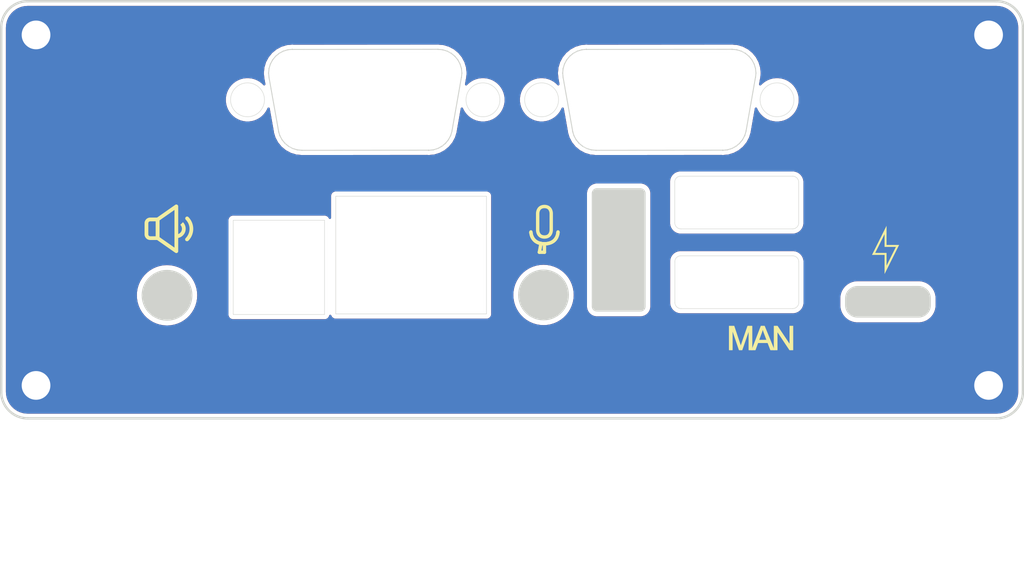
<source format=kicad_pcb>
(kicad_pcb (version 20241229) (generator "pcbnew") (generator_version "9.0")
  (layers (0 "F.Cu" signal) (2 "B.Cu" signal) (13 "F.Paste" user) (15 "B.Paste" user) (5 "F.SilkS" user "F.Silkscreen") (7 "B.SilkS" user "B.Silkscreen") (1 "F.Mask" user) (3 "B.Mask" user) (25 "Edge.Cuts" user))
  (net 0 "")
  (net 1 "GND")
  (footprint "FrontPanel_Parts:USB_1P_VERTICAL" (layer "F.Cu") (at 142.88 93.820492)
    (property "Reference" "REF**" (hide yes))
    (property "Value" "USB_1P_VERTICAL" (hide yes))
    (fp_poly (pts (arc (start -2 7.349017) (mid -2.395285 7.185285) (end -2.559017 6.79)) (arc (start -2.559017 -5.190983) (mid -2.395285 -5.586268) (end -2 -5.75)) (arc (start 2.6 -5.75) (mid 2.995279 -5.586267) (end 3.159017 -5.190983)) (arc (start 3.159017 6.789999) (mid 2.995285 7.185284) (end 2.6 7.349017))) (fill yes) (layer "Edge.Cuts"))
  )
  (footprint "FrontPanel_Parts:TOSLINK_SPDIF" (layer "F.Cu") (at 107.545282 104.8275)
    (property "Reference" "REF**" (hide yes))
    (property "Value" "TOSLINK_SPDIF" (hide yes))
    (fp_line (start -5.3 -13.35) (end -5.3 -3.35) (stroke (width 0.05)) (layer "Edge.Cuts"))
    (fp_line (start 4.4 -13.35) (end -5.3 -13.35) (stroke (width 0.05)) (layer "Edge.Cuts"))
    (fp_line (start 4.4 -13.35) (end 4.4 -3.35) (stroke (width 0.05)) (layer "Edge.Cuts"))
    (fp_line (start 4.4 -3.35) (end -5.3 -3.35) (stroke (width 0.05)) (layer "Edge.Cuts"))
  )
  (footprint "FrontPanel_Parts:panel_mount_ethernet" (layer "F.Cu") (at 121 79.1475 180)
    (property "Reference" "REF**" (hide yes))
    (property "Value" "panel_mount_ethernet" (hide yes))
    (fp_line (start 7.86 -9.77) (end -8.14 -9.77) (stroke (width 0.05)) (layer "Edge.Cuts"))
    (fp_line (start 7.86 -22.27) (end 7.86 -9.77) (stroke (width 0.05)) (layer "Edge.Cuts"))
    (fp_line (start -8.14 -22.27) (end 7.86 -22.27) (stroke (width 0.05)) (layer "Edge.Cuts"))
    (fp_line (start -8.14 -22.27) (end -8.14 -9.77) (stroke (width 0.05)) (layer "Edge.Cuts"))
  )
  (footprint "FrontPanel_Parts:108x120mm_outline" (layer "F.Cu") (at 121.71 128.51)
    (property "Reference" "REF**" (hide yes))
    (property "Value" "108x120mm_outline" (hide yes))
    (fp_line (start -44.1 -57.490828) (end -44.1 -21.512276) (stroke (width 0.254)) (layer "Edge.Cuts"))
    (fp_line (start -44.1 -18.826905) (end -44.1 -21.512276) (stroke (width 0.254)) (layer "Edge.Cuts"))
    (fp_line (start 61.590828 -60.3) (end -41.290828 -60.3) (stroke (width 0.254)) (layer "Edge.Cuts"))
    (fp_line (start 61.590828 -16) (end -41.273095 -16) (stroke (width 0.254)) (layer "Edge.Cuts"))
    (fp_line (start 64.4 -21.512229) (end 64.4 -57.490828) (stroke (width 0.254)) (layer "Edge.Cuts"))
    (fp_line (start 64.4 -18.809172) (end 64.4 -21.512229) (stroke (width 0.254)) (layer "Edge.Cuts"))
    (fp_arc (start -44.1 -57.490828) (mid -43.27721 -59.47721) (end -41.290828 -60.3) (stroke (width 0.254)) (layer "Edge.Cuts"))
    (fp_arc (start -41.273095 -16) (mid -43.27202 -16.82798) (end -44.1 -18.826905) (stroke (width 0.254)) (layer "Edge.Cuts"))
    (fp_arc (start 61.590828 -60.3) (mid 63.577204 -59.477204) (end 64.4 -57.490828) (stroke (width 0.254)) (layer "Edge.Cuts"))
    (fp_arc (start 64.4 -18.809172) (mid 63.577204 -16.822796) (end 61.590828 -16) (stroke (width 0.254)) (layer "Edge.Cuts"))
    (pad "1" thru_hole circle (at -40.4 -56.718277) (size 4.064 4.064) (drill 3.048) (layers "*.Cu" "*.Mask") (net 1 "GND"))
    (pad "2" thru_hole circle (at 60.75 -56.718277) (size 4.064 4.064) (drill 3.048) (layers "*.Cu" "*.Mask") (net 1 "GND"))
    (pad "3" thru_hole circle (at -40.4 -19.5) (size 4.064 4.064) (drill 3.048) (layers "*.Cu" "*.Mask") (net 1 "GND"))
    (pad "4" thru_hole circle (at 60.75 -19.5 90) (size 4.064 4.064) (drill 3.048) (layers "*.Cu" "*.Mask") (net 1 "GND"))
  )
  (footprint "FrontPanel_Parts:DB15-VGA" (layer "F.Cu") (at 116.322 73)
    (property "Reference" "REF**" (hide yes))
    (property "Value" "DB15-VGA" (hide yes))
    (fp_line (start -10.31852 2.85093) (end -10.31801 2.85194) (stroke (width 0.1)) (layer "Edge.Cuts"))
    (fp_line (start -10.31852 2.85296) (end -10.27534 3.29009) (stroke (width 0.1)) (layer "Edge.Cuts"))
    (fp_line (start -10.31801 2.85194) (end -10.31852 2.85296) (stroke (width 0.1)) (layer "Edge.Cuts"))
    (fp_line (start -10.27534 3.29009) (end -10.27508 3.2906) (stroke (width 0.1)) (layer "Edge.Cuts"))
    (fp_line (start -10.27534 3.29085) (end -9.26797 8.94972) (stroke (width 0.1)) (layer "Edge.Cuts"))
    (fp_line (start -10.27508 3.2906) (end -10.27534 3.29085) (stroke (width 0.1)) (layer "Edge.Cuts"))
    (fp_line (start -10.27 2.35893) (end -10.31852 2.85093) (stroke (width 0.1)) (layer "Edge.Cuts"))
    (fp_line (start -10.2695 2.35664) (end -10.2695 2.35791) (stroke (width 0.1)) (layer "Edge.Cuts"))
    (fp_line (start -10.2695 2.35791) (end -10.27 2.35893) (stroke (width 0.1)) (layer "Edge.Cuts"))
    (fp_line (start -10.12599 1.88369) (end -10.2695 2.35664) (stroke (width 0.1)) (layer "Edge.Cuts"))
    (fp_line (start -10.12522 1.88166) (end -10.12522 1.88268) (stroke (width 0.1)) (layer "Edge.Cuts"))
    (fp_line (start -10.12522 1.88268) (end -10.12599 1.88369) (stroke (width 0.1)) (layer "Edge.Cuts"))
    (fp_line (start -9.89205 1.44554) (end -10.12522 1.88166) (stroke (width 0.1)) (layer "Edge.Cuts"))
    (fp_line (start -9.89129 1.44478) (end -9.89205 1.44554) (stroke (width 0.1)) (layer "Edge.Cuts"))
    (fp_line (start -9.89104 1.44377) (end -9.89129 1.44478) (stroke (width 0.1)) (layer "Edge.Cuts"))
    (fp_line (start -9.57735 1.0615) (end -9.89104 1.44377) (stroke (width 0.1)) (layer "Edge.Cuts"))
    (fp_line (start -9.57633 1.06099) (end -9.57735 1.0615) (stroke (width 0.1)) (layer "Edge.Cuts"))
    (fp_line (start -9.57582 1.05997) (end -9.57633 1.06099) (stroke (width 0.1)) (layer "Edge.Cuts"))
    (fp_line (start -9.26797 8.94972) (end -9.24892 9.07494) (stroke (width 0.1)) (layer "Edge.Cuts"))
    (fp_line (start -9.24892 9.07494) (end -9.24842 9.0757) (stroke (width 0.1)) (layer "Edge.Cuts"))
    (fp_line (start -9.24842 9.0757) (end -9.24842 9.07647) (stroke (width 0.1)) (layer "Edge.Cuts"))
    (fp_line (start -9.24842 9.07647) (end -9.12599 9.48033) (stroke (width 0.1)) (layer "Edge.Cuts"))
    (fp_line (start -9.19355 0.74654) (end -9.57582 1.05997) (stroke (width 0.1)) (layer "Edge.Cuts"))
    (fp_line (start -9.19254 0.74603) (end -9.19355 0.74654) (stroke (width 0.1)) (layer "Edge.Cuts"))
    (fp_line (start -9.19177 0.74527) (end -9.19254 0.74603) (stroke (width 0.1)) (layer "Edge.Cuts"))
    (fp_line (start -9.12599 9.48033) (end -9.12523 9.48109) (stroke (width 0.1)) (layer "Edge.Cuts"))
    (fp_line (start -9.12523 9.48109) (end -9.12523 9.4821) (stroke (width 0.1)) (layer "Edge.Cuts"))
    (fp_line (start -9.12523 9.4821) (end -8.89205 9.91822) (stroke (width 0.1)) (layer "Edge.Cuts"))
    (fp_line (start -8.89205 9.91822) (end -8.89129 9.91898) (stroke (width 0.1)) (layer "Edge.Cuts"))
    (fp_line (start -8.89129 9.91898) (end -8.89104 9.92) (stroke (width 0.1)) (layer "Edge.Cuts"))
    (fp_line (start -8.89104 9.92) (end -8.57735 10.30227) (stroke (width 0.1)) (layer "Edge.Cuts"))
    (fp_line (start -8.75591 0.51209) (end -9.19177 0.74527) (stroke (width 0.1)) (layer "Edge.Cuts"))
    (fp_line (start -8.75464 0.51209) (end -8.75591 0.51209) (stroke (width 0.1)) (layer "Edge.Cuts"))
    (fp_line (start -8.75388 0.51133) (end -8.75464 0.51209) (stroke (width 0.1)) (layer "Edge.Cuts"))
    (fp_line (start -8.57735 10.30227) (end -8.57633 10.30278) (stroke (width 0.1)) (layer "Edge.Cuts"))
    (fp_line (start -8.57633 10.30278) (end -8.57582 10.30379) (stroke (width 0.1)) (layer "Edge.Cuts"))
    (fp_line (start -8.57582 10.30379) (end -8.19355 10.61748) (stroke (width 0.1)) (layer "Edge.Cuts"))
    (fp_line (start -8.28068 0.36782) (end -8.75388 0.51133) (stroke (width 0.1)) (layer "Edge.Cuts"))
    (fp_line (start -8.27966 0.36808) (end -8.28068 0.36782) (stroke (width 0.1)) (layer "Edge.Cuts"))
    (fp_line (start -8.27864 0.36757) (end -8.27966 0.36808) (stroke (width 0.1)) (layer "Edge.Cuts"))
    (fp_line (start -8.19355 10.61748) (end -8.19254 10.61774) (stroke (width 0.1)) (layer "Edge.Cuts"))
    (fp_line (start -8.19254 10.61774) (end -8.19178 10.6185) (stroke (width 0.1)) (layer "Edge.Cuts"))
    (fp_line (start -8.19178 10.6185) (end -7.75566 10.85167) (stroke (width 0.1)) (layer "Edge.Cuts"))
    (fp_line (start -7.79858 0.32007) (end -8.27864 0.36757) (stroke (width 0.1)) (layer "Edge.Cuts"))
    (fp_line (start -7.79833 0.32032) (end -7.79858 0.32007) (stroke (width 0.1)) (layer "Edge.Cuts"))
    (fp_line (start -7.79808 0.32007) (end -7.79833 0.32032) (stroke (width 0.1)) (layer "Edge.Cuts"))
    (fp_line (start -7.79452 0.32134) (end -7.79808 0.32007) (stroke (width 0.1)) (layer "Edge.Cuts"))
    (fp_line (start -7.79071 0.32261) (end -7.79452 0.32134) (stroke (width 0.1)) (layer "Edge.Cuts"))
    (fp_line (start -7.79046 0.32286) (end -7.79071 0.32261) (stroke (width 0.1)) (layer "Edge.Cuts"))
    (fp_line (start -7.7902 0.32286) (end -7.79046 0.32286) (stroke (width 0.1)) (layer "Edge.Cuts"))
    (fp_line (start -7.78131 0.33099) (end -7.7902 0.32286) (stroke (width 0.1)) (layer "Edge.Cuts"))
    (fp_line (start -7.75566 10.85167) (end -7.75464 10.85167) (stroke (width 0.1)) (layer "Edge.Cuts"))
    (fp_line (start -7.75464 10.85167) (end -7.75388 10.85243) (stroke (width 0.1)) (layer "Edge.Cuts"))
    (fp_line (start -7.75388 10.85243) (end -7.28068 10.99594) (stroke (width 0.1)) (layer "Edge.Cuts"))
    (fp_line (start -7.28068 10.99594) (end -7.27966 10.99594) (stroke (width 0.1)) (layer "Edge.Cuts"))
    (fp_line (start -7.27966 10.99594) (end -7.27865 10.99645) (stroke (width 0.1)) (layer "Edge.Cuts"))
    (fp_line (start -7.27865 10.99645) (end -6.78665 11.04471) (stroke (width 0.1)) (layer "Edge.Cuts"))
    (fp_line (start -6.78665 11.04471) (end -6.78614 11.04471) (stroke (width 0.1)) (layer "Edge.Cuts"))
    (fp_line (start -6.78614 11.04471) (end -6.78538 11.04497) (stroke (width 0.1)) (layer "Edge.Cuts"))
    (fp_line (start -6.78538 11.04497) (end 6.67027 11.03277) (stroke (width 0.1)) (layer "Edge.Cuts"))
    (fp_line (start 6.67027 11.03277) (end 6.67942 11.0409) (stroke (width 0.1)) (layer "Edge.Cuts"))
    (fp_line (start 6.67942 11.0409) (end 6.67967 11.0409) (stroke (width 0.1)) (layer "Edge.Cuts"))
    (fp_line (start 6.67967 11.0409) (end 6.67967 11.04116) (stroke (width 0.1)) (layer "Edge.Cuts"))
    (fp_line (start 6.67967 11.04116) (end 6.68348 11.04243) (stroke (width 0.1)) (layer "Edge.Cuts"))
    (fp_line (start 6.68348 11.04243) (end 6.68704 11.0437) (stroke (width 0.1)) (layer "Edge.Cuts"))
    (fp_line (start 6.68704 11.0437) (end 6.68729 11.04344) (stroke (width 0.1)) (layer "Edge.Cuts"))
    (fp_line (start 6.68729 11.04344) (end 6.68754 11.0437) (stroke (width 0.1)) (layer "Edge.Cuts"))
    (fp_line (start 6.68754 11.0437) (end 7.1676 10.99645) (stroke (width 0.1)) (layer "Edge.Cuts"))
    (fp_line (start 7.1676 10.99645) (end 7.16862 10.99594) (stroke (width 0.1)) (layer "Edge.Cuts"))
    (fp_line (start 7.16862 10.99594) (end 7.16964 10.99594) (stroke (width 0.1)) (layer "Edge.Cuts"))
    (fp_line (start 7.16964 10.99594) (end 7.64284 10.85243) (stroke (width 0.1)) (layer "Edge.Cuts"))
    (fp_line (start 7.64284 10.85243) (end 7.6436 10.85167) (stroke (width 0.1)) (layer "Edge.Cuts"))
    (fp_line (start 7.6436 10.85167) (end 7.64487 10.85167) (stroke (width 0.1)) (layer "Edge.Cuts"))
    (fp_line (start 7.64487 10.85167) (end 8.08073 10.6185) (stroke (width 0.1)) (layer "Edge.Cuts"))
    (fp_line (start 7.67459 0.31905) (end -7.78131 0.33099) (stroke (width 0.1)) (layer "Edge.Cuts"))
    (fp_line (start 7.6751 0.31905) (end 7.67459 0.31905) (stroke (width 0.1)) (layer "Edge.Cuts"))
    (fp_line (start 7.6756 0.31905) (end 7.6751 0.31905) (stroke (width 0.1)) (layer "Edge.Cuts"))
    (fp_line (start 8.08073 10.6185) (end 8.0815 10.61774) (stroke (width 0.1)) (layer "Edge.Cuts"))
    (fp_line (start 8.0815 10.61774) (end 8.08251 10.61748) (stroke (width 0.1)) (layer "Edge.Cuts"))
    (fp_line (start 8.08251 10.61748) (end 8.46478 10.30379) (stroke (width 0.1)) (layer "Edge.Cuts"))
    (fp_line (start 8.1676 0.36757) (end 7.6756 0.31905) (stroke (width 0.1)) (layer "Edge.Cuts"))
    (fp_line (start 8.16862 0.36808) (end 8.1676 0.36757) (stroke (width 0.1)) (layer "Edge.Cuts"))
    (fp_line (start 8.16963 0.36782) (end 8.16862 0.36808) (stroke (width 0.1)) (layer "Edge.Cuts"))
    (fp_line (start 8.46478 10.30379) (end 8.46529 10.30278) (stroke (width 0.1)) (layer "Edge.Cuts"))
    (fp_line (start 8.46529 10.30278) (end 8.46631 10.30227) (stroke (width 0.1)) (layer "Edge.Cuts"))
    (fp_line (start 8.46631 10.30227) (end 8.78 9.92) (stroke (width 0.1)) (layer "Edge.Cuts"))
    (fp_line (start 8.64284 0.51133) (end 8.16963 0.36782) (stroke (width 0.1)) (layer "Edge.Cuts"))
    (fp_line (start 8.6436 0.51209) (end 8.64284 0.51133) (stroke (width 0.1)) (layer "Edge.Cuts"))
    (fp_line (start 8.64487 0.51209) (end 8.6436 0.51209) (stroke (width 0.1)) (layer "Edge.Cuts"))
    (fp_line (start 8.78 9.92) (end 8.78025 9.91898) (stroke (width 0.1)) (layer "Edge.Cuts"))
    (fp_line (start 8.78025 9.91898) (end 8.78101 9.91822) (stroke (width 0.1)) (layer "Edge.Cuts"))
    (fp_line (start 8.78101 9.91822) (end 9.01418 9.4821) (stroke (width 0.1)) (layer "Edge.Cuts"))
    (fp_line (start 9.01418 9.48109) (end 9.01495 9.48033) (stroke (width 0.1)) (layer "Edge.Cuts"))
    (fp_line (start 9.01418 9.4821) (end 9.01418 9.48109) (stroke (width 0.1)) (layer "Edge.Cuts"))
    (fp_line (start 9.01495 9.48033) (end 9.15846 9.00712) (stroke (width 0.1)) (layer "Edge.Cuts"))
    (fp_line (start 9.08073 0.74527) (end 8.64487 0.51209) (stroke (width 0.1)) (layer "Edge.Cuts"))
    (fp_line (start 9.08149 0.74603) (end 9.08073 0.74527) (stroke (width 0.1)) (layer "Edge.Cuts"))
    (fp_line (start 9.08251 0.74654) (end 9.08149 0.74603) (stroke (width 0.1)) (layer "Edge.Cuts"))
    (fp_line (start 9.15846 9.00585) (end 9.15896 9.00509) (stroke (width 0.1)) (layer "Edge.Cuts"))
    (fp_line (start 9.15846 9.00712) (end 9.15846 9.00585) (stroke (width 0.1)) (layer "Edge.Cuts"))
    (fp_line (start 9.15896 9.00509) (end 9.1643 8.95048) (stroke (width 0.1)) (layer "Edge.Cuts"))
    (fp_line (start 9.1643 8.95048) (end 10.15617 3.2939) (stroke (width 0.1)) (layer "Edge.Cuts"))
    (fp_line (start 9.46478 1.05997) (end 9.08251 0.74654) (stroke (width 0.1)) (layer "Edge.Cuts"))
    (fp_line (start 9.46529 1.06099) (end 9.46478 1.05997) (stroke (width 0.1)) (layer "Edge.Cuts"))
    (fp_line (start 9.4663 1.0615) (end 9.46529 1.06099) (stroke (width 0.1)) (layer "Edge.Cuts"))
    (fp_line (start 9.77999 1.44377) (end 9.4663 1.0615) (stroke (width 0.1)) (layer "Edge.Cuts"))
    (fp_line (start 9.78025 1.44478) (end 9.77999 1.44377) (stroke (width 0.1)) (layer "Edge.Cuts"))
    (fp_line (start 9.78101 1.44554) (end 9.78025 1.44478) (stroke (width 0.1)) (layer "Edge.Cuts"))
    (fp_line (start 10.01418 1.88166) (end 9.78101 1.44554) (stroke (width 0.1)) (layer "Edge.Cuts"))
    (fp_line (start 10.01444 1.88268) (end 10.01418 1.88166) (stroke (width 0.1)) (layer "Edge.Cuts"))
    (fp_line (start 10.01494 1.88369) (end 10.01444 1.88268) (stroke (width 0.1)) (layer "Edge.Cuts"))
    (fp_line (start 10.15617 3.2939) (end 10.16074 3.29035) (stroke (width 0.1)) (layer "Edge.Cuts"))
    (fp_line (start 10.15845 2.35664) (end 10.01494 1.88369) (stroke (width 0.1)) (layer "Edge.Cuts"))
    (fp_line (start 10.15845 2.35791) (end 10.15845 2.35664) (stroke (width 0.1)) (layer "Edge.Cuts"))
    (fp_line (start 10.15896 2.35893) (end 10.15845 2.35791) (stroke (width 0.1)) (layer "Edge.Cuts"))
    (fp_line (start 10.16074 3.29035) (end 10.16099 3.29009) (stroke (width 0.1)) (layer "Edge.Cuts"))
    (fp_line (start 10.16099 3.29009) (end 10.16125 3.29009) (stroke (width 0.1)) (layer "Edge.Cuts"))
    (fp_line (start 10.16125 3.29009) (end 10.16303 3.28654) (stroke (width 0.1)) (layer "Edge.Cuts"))
    (fp_line (start 10.16303 3.28654) (end 10.16506 3.28323) (stroke (width 0.1)) (layer "Edge.Cuts"))
    (fp_line (start 10.16506 3.28273) (end 10.20748 2.85296) (stroke (width 0.1)) (layer "Edge.Cuts"))
    (fp_line (start 10.16506 3.28298) (end 10.16506 3.28273) (stroke (width 0.1)) (layer "Edge.Cuts"))
    (fp_line (start 10.16506 3.28323) (end 10.16506 3.28298) (stroke (width 0.1)) (layer "Edge.Cuts"))
    (fp_line (start 10.20722 2.85194) (end 10.20748 2.85093) (stroke (width 0.1)) (layer "Edge.Cuts"))
    (fp_line (start 10.20748 2.85093) (end 10.15896 2.35893) (stroke (width 0.1)) (layer "Edge.Cuts"))
    (fp_line (start 10.20748 2.85296) (end 10.20722 2.85194) (stroke (width 0.1)) (layer "Edge.Cuts"))
    (fp_circle (center -12.5555 5.68201) (end -12.5555 3.88201) (stroke (width 0.05)) (fill no) (layer "Edge.Cuts"))
    (fp_circle (center 12.44445 5.68201) (end 12.44445 3.88201) (stroke (width 0.05)) (fill no) (layer "Edge.Cuts"))
  )
  (footprint "FrontPanel_Parts:USB_2P_STACKED_OUTLINE" (layer "F.Cu") (at 155.567577 104.29)
    (property "Reference" "REF**" (hide yes))
    (property "Value" "USB_2P_STACKED_OUTLINE" (hide yes))
    (fp_line (start -6.43 -16.890614) (end -6.43 -12.549375) (stroke (width 0.05)) (layer "Edge.Cuts"))
    (fp_line (start -6.419995 -8.430614) (end -6.419995 -4.089375) (stroke (width 0.05)) (layer "Edge.Cuts"))
    (fp_line (start 6.080614 -17.5) (end -5.820625 -17.5) (stroke (width 0.05)) (layer "Edge.Cuts"))
    (fp_line (start 6.080625 -11.9) (end -5.780614 -11.9) (stroke (width 0.05)) (layer "Edge.Cuts"))
    (fp_line (start 6.090619 -9.04) (end -5.81062 -9.04) (stroke (width 0.05)) (layer "Edge.Cuts"))
    (fp_line (start 6.09063 -3.44) (end -5.770609 -3.44) (stroke (width 0.05)) (layer "Edge.Cuts"))
    (fp_line (start 6.73 -12.549386) (end 6.73 -16.850625) (stroke (width 0.05)) (layer "Edge.Cuts"))
    (fp_line (start 6.740005 -4.089386) (end 6.740005 -8.390625) (stroke (width 0.05)) (layer "Edge.Cuts"))
    (fp_arc (start -6.43 -16.890614) (mid -6.25152 -17.321513) (end -5.820625 -17.5) (stroke (width 0.05)) (layer "Edge.Cuts"))
    (fp_arc (start -6.419995 -8.430614) (mid -6.241515 -8.861513) (end -5.81062 -9.04) (stroke (width 0.05)) (layer "Edge.Cuts"))
    (fp_arc (start -5.780614 -11.9) (mid -6.239797 -12.090195) (end -6.43 -12.549375) (stroke (width 0.05)) (layer "Edge.Cuts"))
    (fp_arc (start -5.770609 -3.44) (mid -6.229792 -3.630195) (end -6.419995 -4.089375) (stroke (width 0.05)) (layer "Edge.Cuts"))
    (fp_arc (start 6.080614 -17.5) (mid 6.539791 -17.309799) (end 6.73 -16.850625) (stroke (width 0.05)) (layer "Edge.Cuts"))
    (fp_arc (start 6.090619 -9.04) (mid 6.549793 -8.849797) (end 6.740005 -8.390625) (stroke (width 0.05)) (layer "Edge.Cuts"))
    (fp_arc (start 6.73 -12.549386) (mid 6.539805 -12.090203) (end 6.080625 -11.9) (stroke (width 0.05)) (layer "Edge.Cuts"))
    (fp_arc (start 6.740005 -4.089386) (mid 6.549804 -3.630207) (end 6.09063 -3.44) (stroke (width 0.05)) (layer "Edge.Cuts"))
  )
  (footprint "FrontPanel_Parts:DB15-VGA" (layer "F.Cu") (at 147.55 73)
    (property "Reference" "REF**" (hide yes))
    (property "Value" "DB15-VGA" (hide yes))
    (fp_line (start -10.31852 2.85093) (end -10.31801 2.85194) (stroke (width 0.1)) (layer "Edge.Cuts"))
    (fp_line (start -10.31852 2.85296) (end -10.27534 3.29009) (stroke (width 0.1)) (layer "Edge.Cuts"))
    (fp_line (start -10.31801 2.85194) (end -10.31852 2.85296) (stroke (width 0.1)) (layer "Edge.Cuts"))
    (fp_line (start -10.27534 3.29009) (end -10.27508 3.2906) (stroke (width 0.1)) (layer "Edge.Cuts"))
    (fp_line (start -10.27534 3.29085) (end -9.26797 8.94972) (stroke (width 0.1)) (layer "Edge.Cuts"))
    (fp_line (start -10.27508 3.2906) (end -10.27534 3.29085) (stroke (width 0.1)) (layer "Edge.Cuts"))
    (fp_line (start -10.27 2.35893) (end -10.31852 2.85093) (stroke (width 0.1)) (layer "Edge.Cuts"))
    (fp_line (start -10.2695 2.35664) (end -10.2695 2.35791) (stroke (width 0.1)) (layer "Edge.Cuts"))
    (fp_line (start -10.2695 2.35791) (end -10.27 2.35893) (stroke (width 0.1)) (layer "Edge.Cuts"))
    (fp_line (start -10.12599 1.88369) (end -10.2695 2.35664) (stroke (width 0.1)) (layer "Edge.Cuts"))
    (fp_line (start -10.12522 1.88166) (end -10.12522 1.88268) (stroke (width 0.1)) (layer "Edge.Cuts"))
    (fp_line (start -10.12522 1.88268) (end -10.12599 1.88369) (stroke (width 0.1)) (layer "Edge.Cuts"))
    (fp_line (start -9.89205 1.44554) (end -10.12522 1.88166) (stroke (width 0.1)) (layer "Edge.Cuts"))
    (fp_line (start -9.89129 1.44478) (end -9.89205 1.44554) (stroke (width 0.1)) (layer "Edge.Cuts"))
    (fp_line (start -9.89104 1.44377) (end -9.89129 1.44478) (stroke (width 0.1)) (layer "Edge.Cuts"))
    (fp_line (start -9.57735 1.0615) (end -9.89104 1.44377) (stroke (width 0.1)) (layer "Edge.Cuts"))
    (fp_line (start -9.57633 1.06099) (end -9.57735 1.0615) (stroke (width 0.1)) (layer "Edge.Cuts"))
    (fp_line (start -9.57582 1.05997) (end -9.57633 1.06099) (stroke (width 0.1)) (layer "Edge.Cuts"))
    (fp_line (start -9.26797 8.94972) (end -9.24892 9.07494) (stroke (width 0.1)) (layer "Edge.Cuts"))
    (fp_line (start -9.24892 9.07494) (end -9.24842 9.0757) (stroke (width 0.1)) (layer "Edge.Cuts"))
    (fp_line (start -9.24842 9.0757) (end -9.24842 9.07647) (stroke (width 0.1)) (layer "Edge.Cuts"))
    (fp_line (start -9.24842 9.07647) (end -9.12599 9.48033) (stroke (width 0.1)) (layer "Edge.Cuts"))
    (fp_line (start -9.19355 0.74654) (end -9.57582 1.05997) (stroke (width 0.1)) (layer "Edge.Cuts"))
    (fp_line (start -9.19254 0.74603) (end -9.19355 0.74654) (stroke (width 0.1)) (layer "Edge.Cuts"))
    (fp_line (start -9.19177 0.74527) (end -9.19254 0.74603) (stroke (width 0.1)) (layer "Edge.Cuts"))
    (fp_line (start -9.12599 9.48033) (end -9.12523 9.48109) (stroke (width 0.1)) (layer "Edge.Cuts"))
    (fp_line (start -9.12523 9.48109) (end -9.12523 9.4821) (stroke (width 0.1)) (layer "Edge.Cuts"))
    (fp_line (start -9.12523 9.4821) (end -8.89205 9.91822) (stroke (width 0.1)) (layer "Edge.Cuts"))
    (fp_line (start -8.89205 9.91822) (end -8.89129 9.91898) (stroke (width 0.1)) (layer "Edge.Cuts"))
    (fp_line (start -8.89129 9.91898) (end -8.89104 9.92) (stroke (width 0.1)) (layer "Edge.Cuts"))
    (fp_line (start -8.89104 9.92) (end -8.57735 10.30227) (stroke (width 0.1)) (layer "Edge.Cuts"))
    (fp_line (start -8.75591 0.51209) (end -9.19177 0.74527) (stroke (width 0.1)) (layer "Edge.Cuts"))
    (fp_line (start -8.75464 0.51209) (end -8.75591 0.51209) (stroke (width 0.1)) (layer "Edge.Cuts"))
    (fp_line (start -8.75388 0.51133) (end -8.75464 0.51209) (stroke (width 0.1)) (layer "Edge.Cuts"))
    (fp_line (start -8.57735 10.30227) (end -8.57633 10.30278) (stroke (width 0.1)) (layer "Edge.Cuts"))
    (fp_line (start -8.57633 10.30278) (end -8.57582 10.30379) (stroke (width 0.1)) (layer "Edge.Cuts"))
    (fp_line (start -8.57582 10.30379) (end -8.19355 10.61748) (stroke (width 0.1)) (layer "Edge.Cuts"))
    (fp_line (start -8.28068 0.36782) (end -8.75388 0.51133) (stroke (width 0.1)) (layer "Edge.Cuts"))
    (fp_line (start -8.27966 0.36808) (end -8.28068 0.36782) (stroke (width 0.1)) (layer "Edge.Cuts"))
    (fp_line (start -8.27864 0.36757) (end -8.27966 0.36808) (stroke (width 0.1)) (layer "Edge.Cuts"))
    (fp_line (start -8.19355 10.61748) (end -8.19254 10.61774) (stroke (width 0.1)) (layer "Edge.Cuts"))
    (fp_line (start -8.19254 10.61774) (end -8.19178 10.6185) (stroke (width 0.1)) (layer "Edge.Cuts"))
    (fp_line (start -8.19178 10.6185) (end -7.75566 10.85167) (stroke (width 0.1)) (layer "Edge.Cuts"))
    (fp_line (start -7.79858 0.32007) (end -8.27864 0.36757) (stroke (width 0.1)) (layer "Edge.Cuts"))
    (fp_line (start -7.79833 0.32032) (end -7.79858 0.32007) (stroke (width 0.1)) (layer "Edge.Cuts"))
    (fp_line (start -7.79808 0.32007) (end -7.79833 0.32032) (stroke (width 0.1)) (layer "Edge.Cuts"))
    (fp_line (start -7.79452 0.32134) (end -7.79808 0.32007) (stroke (width 0.1)) (layer "Edge.Cuts"))
    (fp_line (start -7.79071 0.32261) (end -7.79452 0.32134) (stroke (width 0.1)) (layer "Edge.Cuts"))
    (fp_line (start -7.79046 0.32286) (end -7.79071 0.32261) (stroke (width 0.1)) (layer "Edge.Cuts"))
    (fp_line (start -7.7902 0.32286) (end -7.79046 0.32286) (stroke (width 0.1)) (layer "Edge.Cuts"))
    (fp_line (start -7.78131 0.33099) (end -7.7902 0.32286) (stroke (width 0.1)) (layer "Edge.Cuts"))
    (fp_line (start -7.75566 10.85167) (end -7.75464 10.85167) (stroke (width 0.1)) (layer "Edge.Cuts"))
    (fp_line (start -7.75464 10.85167) (end -7.75388 10.85243) (stroke (width 0.1)) (layer "Edge.Cuts"))
    (fp_line (start -7.75388 10.85243) (end -7.28068 10.99594) (stroke (width 0.1)) (layer "Edge.Cuts"))
    (fp_line (start -7.28068 10.99594) (end -7.27966 10.99594) (stroke (width 0.1)) (layer "Edge.Cuts"))
    (fp_line (start -7.27966 10.99594) (end -7.27865 10.99645) (stroke (width 0.1)) (layer "Edge.Cuts"))
    (fp_line (start -7.27865 10.99645) (end -6.78665 11.04471) (stroke (width 0.1)) (layer "Edge.Cuts"))
    (fp_line (start -6.78665 11.04471) (end -6.78614 11.04471) (stroke (width 0.1)) (layer "Edge.Cuts"))
    (fp_line (start -6.78614 11.04471) (end -6.78538 11.04497) (stroke (width 0.1)) (layer "Edge.Cuts"))
    (fp_line (start -6.78538 11.04497) (end 6.67027 11.03277) (stroke (width 0.1)) (layer "Edge.Cuts"))
    (fp_line (start 6.67027 11.03277) (end 6.67942 11.0409) (stroke (width 0.1)) (layer "Edge.Cuts"))
    (fp_line (start 6.67942 11.0409) (end 6.67967 11.0409) (stroke (width 0.1)) (layer "Edge.Cuts"))
    (fp_line (start 6.67967 11.0409) (end 6.67967 11.04116) (stroke (width 0.1)) (layer "Edge.Cuts"))
    (fp_line (start 6.67967 11.04116) (end 6.68348 11.04243) (stroke (width 0.1)) (layer "Edge.Cuts"))
    (fp_line (start 6.68348 11.04243) (end 6.68704 11.0437) (stroke (width 0.1)) (layer "Edge.Cuts"))
    (fp_line (start 6.68704 11.0437) (end 6.68729 11.04344) (stroke (width 0.1)) (layer "Edge.Cuts"))
    (fp_line (start 6.68729 11.04344) (end 6.68754 11.0437) (stroke (width 0.1)) (layer "Edge.Cuts"))
    (fp_line (start 6.68754 11.0437) (end 7.1676 10.99645) (stroke (width 0.1)) (layer "Edge.Cuts"))
    (fp_line (start 7.1676 10.99645) (end 7.16862 10.99594) (stroke (width 0.1)) (layer "Edge.Cuts"))
    (fp_line (start 7.16862 10.99594) (end 7.16964 10.99594) (stroke (width 0.1)) (layer "Edge.Cuts"))
    (fp_line (start 7.16964 10.99594) (end 7.64284 10.85243) (stroke (width 0.1)) (layer "Edge.Cuts"))
    (fp_line (start 7.64284 10.85243) (end 7.6436 10.85167) (stroke (width 0.1)) (layer "Edge.Cuts"))
    (fp_line (start 7.6436 10.85167) (end 7.64487 10.85167) (stroke (width 0.1)) (layer "Edge.Cuts"))
    (fp_line (start 7.64487 10.85167) (end 8.08073 10.6185) (stroke (width 0.1)) (layer "Edge.Cuts"))
    (fp_line (start 7.67459 0.31905) (end -7.78131 0.33099) (stroke (width 0.1)) (layer "Edge.Cuts"))
    (fp_line (start 7.6751 0.31905) (end 7.67459 0.31905) (stroke (width 0.1)) (layer "Edge.Cuts"))
    (fp_line (start 7.6756 0.31905) (end 7.6751 0.31905) (stroke (width 0.1)) (layer "Edge.Cuts"))
    (fp_line (start 8.08073 10.6185) (end 8.0815 10.61774) (stroke (width 0.1)) (layer "Edge.Cuts"))
    (fp_line (start 8.0815 10.61774) (end 8.08251 10.61748) (stroke (width 0.1)) (layer "Edge.Cuts"))
    (fp_line (start 8.08251 10.61748) (end 8.46478 10.30379) (stroke (width 0.1)) (layer "Edge.Cuts"))
    (fp_line (start 8.1676 0.36757) (end 7.6756 0.31905) (stroke (width 0.1)) (layer "Edge.Cuts"))
    (fp_line (start 8.16862 0.36808) (end 8.1676 0.36757) (stroke (width 0.1)) (layer "Edge.Cuts"))
    (fp_line (start 8.16963 0.36782) (end 8.16862 0.36808) (stroke (width 0.1)) (layer "Edge.Cuts"))
    (fp_line (start 8.46478 10.30379) (end 8.46529 10.30278) (stroke (width 0.1)) (layer "Edge.Cuts"))
    (fp_line (start 8.46529 10.30278) (end 8.46631 10.30227) (stroke (width 0.1)) (layer "Edge.Cuts"))
    (fp_line (start 8.46631 10.30227) (end 8.78 9.92) (stroke (width 0.1)) (layer "Edge.Cuts"))
    (fp_line (start 8.64284 0.51133) (end 8.16963 0.36782) (stroke (width 0.1)) (layer "Edge.Cuts"))
    (fp_line (start 8.6436 0.51209) (end 8.64284 0.51133) (stroke (width 0.1)) (layer "Edge.Cuts"))
    (fp_line (start 8.64487 0.51209) (end 8.6436 0.51209) (stroke (width 0.1)) (layer "Edge.Cuts"))
    (fp_line (start 8.78 9.92) (end 8.78025 9.91898) (stroke (width 0.1)) (layer "Edge.Cuts"))
    (fp_line (start 8.78025 9.91898) (end 8.78101 9.91822) (stroke (width 0.1)) (layer "Edge.Cuts"))
    (fp_line (start 8.78101 9.91822) (end 9.01418 9.4821) (stroke (width 0.1)) (layer "Edge.Cuts"))
    (fp_line (start 9.01418 9.48109) (end 9.01495 9.48033) (stroke (width 0.1)) (layer "Edge.Cuts"))
    (fp_line (start 9.01418 9.4821) (end 9.01418 9.48109) (stroke (width 0.1)) (layer "Edge.Cuts"))
    (fp_line (start 9.01495 9.48033) (end 9.15846 9.00712) (stroke (width 0.1)) (layer "Edge.Cuts"))
    (fp_line (start 9.08073 0.74527) (end 8.64487 0.51209) (stroke (width 0.1)) (layer "Edge.Cuts"))
    (fp_line (start 9.08149 0.74603) (end 9.08073 0.74527) (stroke (width 0.1)) (layer "Edge.Cuts"))
    (fp_line (start 9.08251 0.74654) (end 9.08149 0.74603) (stroke (width 0.1)) (layer "Edge.Cuts"))
    (fp_line (start 9.15846 9.00585) (end 9.15896 9.00509) (stroke (width 0.1)) (layer "Edge.Cuts"))
    (fp_line (start 9.15846 9.00712) (end 9.15846 9.00585) (stroke (width 0.1)) (layer "Edge.Cuts"))
    (fp_line (start 9.15896 9.00509) (end 9.1643 8.95048) (stroke (width 0.1)) (layer "Edge.Cuts"))
    (fp_line (start 9.1643 8.95048) (end 10.15617 3.2939) (stroke (width 0.1)) (layer "Edge.Cuts"))
    (fp_line (start 9.46478 1.05997) (end 9.08251 0.74654) (stroke (width 0.1)) (layer "Edge.Cuts"))
    (fp_line (start 9.46529 1.06099) (end 9.46478 1.05997) (stroke (width 0.1)) (layer "Edge.Cuts"))
    (fp_line (start 9.4663 1.0615) (end 9.46529 1.06099) (stroke (width 0.1)) (layer "Edge.Cuts"))
    (fp_line (start 9.77999 1.44377) (end 9.4663 1.0615) (stroke (width 0.1)) (layer "Edge.Cuts"))
    (fp_line (start 9.78025 1.44478) (end 9.77999 1.44377) (stroke (width 0.1)) (layer "Edge.Cuts"))
    (fp_line (start 9.78101 1.44554) (end 9.78025 1.44478) (stroke (width 0.1)) (layer "Edge.Cuts"))
    (fp_line (start 10.01418 1.88166) (end 9.78101 1.44554) (stroke (width 0.1)) (layer "Edge.Cuts"))
    (fp_line (start 10.01444 1.88268) (end 10.01418 1.88166) (stroke (width 0.1)) (layer "Edge.Cuts"))
    (fp_line (start 10.01494 1.88369) (end 10.01444 1.88268) (stroke (width 0.1)) (layer "Edge.Cuts"))
    (fp_line (start 10.15617 3.2939) (end 10.16074 3.29035) (stroke (width 0.1)) (layer "Edge.Cuts"))
    (fp_line (start 10.15845 2.35664) (end 10.01494 1.88369) (stroke (width 0.1)) (layer "Edge.Cuts"))
    (fp_line (start 10.15845 2.35791) (end 10.15845 2.35664) (stroke (width 0.1)) (layer "Edge.Cuts"))
    (fp_line (start 10.15896 2.35893) (end 10.15845 2.35791) (stroke (width 0.1)) (layer "Edge.Cuts"))
    (fp_line (start 10.16074 3.29035) (end 10.16099 3.29009) (stroke (width 0.1)) (layer "Edge.Cuts"))
    (fp_line (start 10.16099 3.29009) (end 10.16125 3.29009) (stroke (width 0.1)) (layer "Edge.Cuts"))
    (fp_line (start 10.16125 3.29009) (end 10.16303 3.28654) (stroke (width 0.1)) (layer "Edge.Cuts"))
    (fp_line (start 10.16303 3.28654) (end 10.16506 3.28323) (stroke (width 0.1)) (layer "Edge.Cuts"))
    (fp_line (start 10.16506 3.28273) (end 10.20748 2.85296) (stroke (width 0.1)) (layer "Edge.Cuts"))
    (fp_line (start 10.16506 3.28298) (end 10.16506 3.28273) (stroke (width 0.1)) (layer "Edge.Cuts"))
    (fp_line (start 10.16506 3.28323) (end 10.16506 3.28298) (stroke (width 0.1)) (layer "Edge.Cuts"))
    (fp_line (start 10.20722 2.85194) (end 10.20748 2.85093) (stroke (width 0.1)) (layer "Edge.Cuts"))
    (fp_line (start 10.20748 2.85093) (end 10.15896 2.35893) (stroke (width 0.1)) (layer "Edge.Cuts"))
    (fp_line (start 10.20748 2.85296) (end 10.20722 2.85194) (stroke (width 0.1)) (layer "Edge.Cuts"))
    (fp_circle (center -12.5555 5.68201) (end -12.5555 3.88201) (stroke (width 0.05)) (fill no) (layer "Edge.Cuts"))
    (fp_circle (center 12.44445 5.68201) (end 12.44445 3.88201) (stroke (width 0.05)) (fill no) (layer "Edge.Cuts"))
  )
  (footprint "FrontPanel_Parts:USB-C_OUTLINE" (layer "F.Cu") (at 171.775 104.100069)
    (property "Reference" "REF**" (hide yes))
    (property "Value" "USB-C_OUTLINE" (hide yes))
    (fp_poly (pts (arc (start -3.225554 -5.65) (mid -4.166006 -5.260452) (end -4.555554 -4.32)) (arc (start -4.555554 -3.62) (mid -4.166006 -2.679548) (end -3.225554 -2.29)) (arc (start 3.224446 -2.29) (mid 4.164898 -2.679548) (end 4.554446 -3.62)) (arc (start 4.554446 -4.32269) (mid 4.164898 -5.263142) (end 3.224446 -5.65269))) (fill yes) (layer "Edge.Cuts"))
  )
  (gr_line (start 134.325713 93.677315) (end 134.392435 93.726588) (stroke (width 0.359833)) (layer "F.SilkS"))
  (gr_line (start 133.97853 93.222253) (end 134.006247 93.28075) (stroke (width 0.359833)) (layer "F.SilkS"))
  (gr_line (start 135.428098 93.965803) (end 135.550692 93.955272) (stroke (width 0.359833)) (layer "F.SilkS"))
  (gr_line (start 134.2094 93.570929) (end 134.264789 93.625275) (stroke (width 0.359833)) (layer "F.SilkS"))
  (gr_line (start 136.480496 93.457163) (end 136.520863 93.398666) (stroke (width 0.359833)) (layer "F.SilkS"))
  (gr_line (start 134.073803 93.398666) (end 134.11417 93.457163) (stroke (width 0.359833)) (layer "F.SilkS"))
  (gr_line (start 135.872091 93.886782) (end 135.964641 93.853191) (stroke (width 0.359833)) (layer "F.SilkS"))
  (gr_line (start 134.757583 94.869) (end 134.929286 93.938284) (stroke (width 0.359833)) (layer "F.SilkS"))
  (gr_line (start 136.385267 93.570929) (end 136.435385 93.514738) (stroke (width 0.359833)) (layer "F.SilkS"))
  (gr_line (start 135.964641 93.853191) (end 136.050339 93.814987) (stroke (width 0.359833)) (layer "F.SilkS"))
  (gr_line (start 135.772426 93.915301) (end 135.872091 93.886782) (stroke (width 0.359833)) (layer "F.SilkS"))
  (gr_line (start 136.58842 93.28075) (end 136.616136 93.222253) (stroke (width 0.359833)) (layer "F.SilkS"))
  (gr_line (start 134.264789 93.625275) (end 134.325713 93.677315) (stroke (width 0.359833)) (layer "F.SilkS"))
  (gr_line (start 136.727179 92.826225) (end 136.733855 92.764115) (stroke (width 0.359833)) (layer "F.SilkS"))
  (gr_line (start 136.129448 93.772632) (end 136.202231 93.726588) (stroke (width 0.359833)) (layer "F.SilkS"))
  (gr_poly (pts (xy 135.362716 90.013314) (xy 135.424013 90.019332) (xy 135.481357 90.02904) (xy 135.534879 90.042173) (xy 135.584712 90.058469) (xy 135.630987 90.077665) (xy 135.673836 90.099495) (xy 135.713391 90.123698) (xy 135.749782 90.150009) (xy 135.783143 90.178165) (xy 135.813605 90.207902) (xy 135.8413 90.238957) (xy 135.866359 90.271066) (xy 135.888915 90.303966) (xy 135.909098 90.337393) (xy 135.927042 90.371083) (xy 135.942877 90.404774) (xy 135.956735 90.438201) (xy 135.979049 90.50321) (xy 135.995037 90.564002) (xy 136.005755 90.618469) (xy 136.012256 90.664502) (xy 136.015594 90.699993) (xy 136.017 90.730917) (xy 136.017 92.530083) (xy 136.015594 92.561006) (xy 136.012256 92.596498) (xy 136.005755 92.642531) (xy 135.995037 92.696998) (xy 135.979049 92.75779) (xy 135.956735 92.822799) (xy 135.942877 92.856226) (xy 135.927042 92.889917) (xy 135.909098 92.923607) (xy 135.888915 92.957034) (xy 135.866359 92.989934) (xy 135.8413 93.022043) (xy 135.813605 93.053098) (xy 135.783143 93.082835) (xy 135.749782 93.110991) (xy 135.713391 93.137302) (xy 135.673836 93.161505) (xy 135.630987 93.183335) (xy 135.584712 93.202531) (xy 135.534879 93.218827) (xy 135.481357 93.23196) (xy 135.424013 93.241668) (xy 135.362716 93.247685) (xy 135.297333 93.24975) (xy 135.231951 93.247685) (xy 135.170654 93.241668) (xy 135.11331 93.23196) (xy 135.059787 93.218827) (xy 135.009954 93.202531) (xy 134.963679 93.183335) (xy 134.92083 93.161505) (xy 134.881276 93.137302) (xy 134.844884 93.110991) (xy 134.811523 93.082835) (xy 134.781061 93.053098) (xy 134.753366 93.022043) (xy 134.728307 92.989934) (xy 134.705752 92.957034) (xy 134.685568 92.923607) (xy 134.667625 92.889917) (xy 134.65179 92.856226) (xy 134.637932 92.822799) (xy 134.615618 92.75779) (xy 134.599629 92.696998) (xy 134.588911 92.642531) (xy 134.58241 92.596498) (xy 134.579072 92.561006) (xy 134.577667 92.530083) (xy 134.577667 90.730917) (xy 134.579072 90.699993) (xy 134.58241 90.664502) (xy 134.588911 90.618469) (xy 134.599629 90.564002) (xy 134.615618 90.50321) (xy 134.637932 90.438201) (xy 134.65179 90.404774) (xy 134.667625 90.371083) (xy 134.685568 90.337393) (xy 134.705752 90.303966) (xy 134.728307 90.271066) (xy 134.753366 90.238957) (xy 134.781061 90.207902) (xy 134.811523 90.178165) (xy 134.844884 90.150009) (xy 134.881276 90.123698) (xy 134.92083 90.099495) (xy 134.963679 90.077665) (xy 135.009954 90.058469) (xy 135.059787 90.042173) (xy 135.11331 90.02904) (xy 135.170654 90.019332) (xy 135.231951 90.013314) (xy 135.297333 90.01125)) (stroke (width 0.359833)) (fill no) (layer "F.SilkS"))
  (gr_line (start 133.901925 93.002101) (end 133.933902 93.108487) (stroke (width 0.359833)) (layer "F.SilkS"))
  (gr_line (start 135.297333 93.969416) (end 135.297333 94.869) (stroke (width 0.359833)) (layer "F.SilkS"))
  (gr_line (start 134.037917 93.339708) (end 134.073803 93.398666) (stroke (width 0.359833)) (layer "F.SilkS"))
  (gr_line (start 136.55675 93.339708) (end 136.58842 93.28075) (stroke (width 0.359833)) (layer "F.SilkS"))
  (gr_line (start 135.550692 93.955272) (end 135.66538 93.938284) (stroke (width 0.359833)) (layer "F.SilkS"))
  (gr_line (start 136.268953 93.677315) (end 136.329877 93.625275) (stroke (width 0.359833)) (layer "F.SilkS"))
  (gr_poly (pts (xy 159.687713 105.228525) (xy 159.687713 105.239674) (xy 159.311413 105.239674) (xy 159.016717 104.4745) (xy 157.960295 104.4745) (xy 157.682834 105.239674) (xy 157.334107 105.239674) (xy 157.334107 105.223303) (xy 157.726246 104.202209) (xy 158.056803 104.202209) (xy 158.913315 104.202209) (xy 158.64964 103.502523) (xy 158.593199 103.350221) (xy 158.544514 103.212137) (xy 158.503584 103.08827) (xy 158.486028 103.031668) (xy 158.47041 102.978621) (xy 158.457727 103.039316) (xy 158.443805 103.099903) (xy 158.428645 103.160382) (xy 158.412246 103.220754) (xy 158.394609 103.281018) (xy 158.375732 103.341174) (xy 158.355617 103.401223) (xy 158.334264 103.461164) (xy 158.056803 104.202209) (xy 157.726246 104.202209) (xy 158.298074 102.713222) (xy 158.658257 102.713222)) (stroke (width 0.07)) (fill yes) (layer "F.SilkS"))
  (gr_line (start 136.733855 92.764115) (end 136.736666 92.71) (stroke (width 0.359833)) (layer "F.SilkS"))
  (gr_line (start 136.435385 93.514738) (end 136.480496 93.457163) (stroke (width 0.359833)) (layer "F.SilkS"))
  (gr_line (start 133.858 92.71) (end 133.860811 92.764115) (stroke (width 0.359833)) (layer "F.SilkS"))
  (gr_poly (pts (xy 161.357653 104.696815) (xy 161.357653 102.713222) (xy 161.678199 102.713222) (xy 161.678199 105.239674) (xy 161.33525 105.239674) (xy 160.008259 103.254358) (xy 160.008259 105.239674) (xy 159.692276 105.239674) (xy 159.687713 105.228525) (xy 159.687713 102.713222) (xy 160.030663 102.713222)) (stroke (width 0.07)) (fill yes) (layer "F.SilkS"))
  (gr_line (start 136.692741 93.002101) (end 136.714177 92.906784) (stroke (width 0.359833)) (layer "F.SilkS"))
  (gr_poly (pts (xy 94.234 91.186) (xy 94.243774 91.186727) (xy 94.253464 91.187931) (xy 94.263054 91.189604) (xy 94.27253 91.191741) (xy 94.281873 91.194334) (xy 94.291068 91.197376) (xy 94.300099 91.200861) (xy 94.308949 91.204783) (xy 94.317603 91.209133) (xy 94.326043 91.213907) (xy 94.334254 91.219096) (xy 94.342219 91.224694) (xy 94.349922 91.230695) (xy 94.357347 91.237092) (xy 94.364477 91.243877) (xy 94.371262 91.251007) (xy 94.377659 91.258432) (xy 94.38366 91.266135) (xy 94.389258 91.2741) (xy 94.394447 91.282311) (xy 94.399221 91.290751) (xy 94.403571 91.299405) (xy 94.407493 91.308255) (xy 94.410978 91.317286) (xy 94.41402 91.326481) (xy 94.416613 91.335824) (xy 94.41875 91.3453) (xy 94.420423 91.35489) (xy 94.421627 91.36458) (xy 94.422354 91.374354) (xy 94.422598 91.384194) (xy 94.422598 93.368568) (xy 94.422354 93.378408) (xy 94.421627 93.388182) (xy 94.420423 93.397872) (xy 94.41875 93.407462) (xy 94.416613 93.416938) (xy 94.41402 93.426281) (xy 94.410978 93.435476) (xy 94.407493 93.444507) (xy 94.403571 93.453357) (xy 94.399221 93.462011) (xy 94.394447 93.470451) (xy 94.389258 93.478662) (xy 94.38366 93.486627) (xy 94.377659 93.49433) (xy 94.371262 93.501755) (xy 94.364477 93.508885) (xy 94.357347 93.515671) (xy 94.349922 93.522067) (xy 94.342219 93.528068) (xy 94.334254 93.533666) (xy 94.326043 93.538855) (xy 94.317603 93.543629) (xy 94.308949 93.54798) (xy 94.300099 93.551901) (xy 94.291068 93.555386) (xy 94.281873 93.558429) (xy 94.27253 93.561021) (xy 94.263054 93.563158) (xy 94.253464 93.564831) (xy 94.243774 93.566035) (xy 94.234 93.566762) (xy 94.22416 93.567006) (xy 93.43041 93.567006) (xy 93.400891 93.566274) (xy 93.371571 93.564093) (xy 93.342501 93.560482) (xy 93.313728 93.555462) (xy 93.285303 93.549052) (xy 93.257273 93.541274) (xy 93.229687 93.532146) (xy 93.202594 93.521691) (xy 93.176043 93.509927) (xy 93.150083 93.496874) (xy 93.124763 93.482554) (xy 93.100131 93.466987) (xy 93.076236 93.450191) (xy 93.053127 93.432189) (xy 93.030852 93.412999) (xy 93.009461 93.392643) (xy 92.989105 93.371252) (xy 92.969915 93.348978) (xy 92.951913 93.325868) (xy 92.935117 93.301973) (xy 92.91955 93.277341) (xy 92.90523 93.252021) (xy 92.892178 93.226061) (xy 92.880413 93.19951) (xy 92.869958 93.172417) (xy 92.86083 93.144831) (xy 92.853052 93.116801) (xy 92.846642 93.088376) (xy 92.841622 93.059603) (xy 92.838011 93.030533) (xy 92.83583 93.001213) (xy 92.835098 92.971693) (xy 92.835098 91.781069) (xy 93.231973 91.781069) (xy 93.231973 92.971693) (xy 93.232217 92.981533) (xy 93.232944 92.991307) (xy 93.234148 93.000997) (xy 93.235821 93.010588) (xy 93.237958 93.020063) (xy 93.24055 93.029406) (xy 93.243593 93.038602) (xy 93.247078 93.047632) (xy 93.250999 93.056483) (xy 93.25535 93.065136) (xy 93.260124 93.073576) (xy 93.265313 93.081787) (xy 93.270911 93.089752) (xy 93.276912 93.097455) (xy 93.283309 93.10488) (xy 93.290094 93.11201) (xy 93.297224 93.118796) (xy 93.304649 93.125192) (xy 93.312352 93.131193) (xy 93.320317 93.136791) (xy 93.328528 93.141981) (xy 93.336968 93.146754) (xy 93.345622 93.151105) (xy 93.354472 93.155026) (xy 93.363503 93.158511) (xy 93.372698 93.161554) (xy 93.382041 93.164146) (xy 93.391516 93.166283) (xy 93.401107 93.167956) (xy 93.410797 93.16916) (xy 93.420571 93.169887) (xy 93.43041 93.170131) (xy 94.025723 93.170131) (xy 94.025723 91.582631) (xy 93.43041 91.582631) (xy 93.420571 91.582875) (xy 93.410797 91.583602) (xy 93.401107 91.584806) (xy 93.391516 91.586479) (xy 93.382041 91.588616) (xy 93.372698 91.591209) (xy 93.363503 91.594251) (xy 93.354472 91.597736) (xy 93.345621 91.601658) (xy 93.336968 91.606008) (xy 93.328528 91.610782) (xy 93.320317 91.615971) (xy 93.312352 91.621569) (xy 93.304649 91.62757) (xy 93.297224 91.633967) (xy 93.290094 91.640752) (xy 93.283309 91.647882) (xy 93.276912 91.655307) (xy 93.270911 91.66301) (xy 93.265313 91.670975) (xy 93.260124 91.679186) (xy 93.25535 91.687626) (xy 93.250999 91.69628) (xy 93.247078 91.70513) (xy 93.243593 91.714161) (xy 93.24055 91.723356) (xy 93.237958 91.732699) (xy 93.235821 91.742175) (xy 93.234148 91.751765) (xy 93.232944 91.761455) (xy 93.232217 91.771229) (xy 93.231973 91.781069) (xy 92.835098 91.781069) (xy 92.83583 91.751549) (xy 92.838011 91.722229) (xy 92.841622 91.693159) (xy 92.846642 91.664387) (xy 92.853052 91.635961) (xy 92.86083 91.607931) (xy 92.869958 91.580345) (xy 92.880413 91.553252) (xy 92.892177 91.526702) (xy 92.90523 91.500742) (xy 92.91955 91.475421) (xy 92.935117 91.450789) (xy 92.951913 91.426894) (xy 92.969915 91.403785) (xy 92.989105 91.38151) (xy 93.009461 91.360119) (xy 93.030852 91.339763) (xy 93.053127 91.320573) (xy 93.076236 91.302571) (xy 93.100131 91.285776) (xy 93.124763 91.270208) (xy 93.150083 91.255888) (xy 93.176044 91.242836) (xy 93.202594 91.231072) (xy 93.229687 91.220616) (xy 93.257273 91.211489) (xy 93.285303 91.20371) (xy 93.313728 91.197301) (xy 93.342501 91.19228) (xy 93.371571 91.188669) (xy 93.400891 91.186488) (xy 93.43041 91.185756) (xy 94.22416 91.185756)) (stroke (width -0.000001)) (fill yes) (layer "F.SilkS"))
  (gr_line (start 136.616136 93.222253) (end 136.660764 93.108487) (stroke (width 0.359833)) (layer "F.SilkS"))
  (gr_line (start 134.159281 93.514738) (end 134.2094 93.570929) (stroke (width 0.359833)) (layer "F.SilkS"))
  (gr_line (start 134.722575 93.886782) (end 134.822241 93.915301) (stroke (width 0.359833)) (layer "F.SilkS"))
  (gr_line (start 133.860811 92.764115) (end 133.867488 92.826225) (stroke (width 0.359833)) (layer "F.SilkS"))
  (gr_poly (pts (xy 171.625834 94.090834) (xy 172.961239 94.090834) (xy 171.414167 97.184977) (xy 171.414167 95.149167) (xy 170.078762 95.149167) (xy 170.184595 94.9375) (xy 170.421239 94.9375) (xy 171.625834 94.9375) (xy 171.625834 96.288357) (xy 172.618762 94.302501) (xy 171.414167 94.302501) (xy 171.414167 92.951644) (xy 170.421239 94.9375) (xy 170.184595 94.9375) (xy 171.625834 92.055024)) (stroke (width -0.000001)) (fill yes) (layer "F.SilkS"))
  (gr_line (start 136.202231 93.726588) (end 136.268953 93.677315) (stroke (width 0.359833)) (layer "F.SilkS"))
  (gr_line (start 133.933902 93.108487) (end 133.954503 93.164678) (stroke (width 0.359833)) (layer "F.SilkS"))
  (gr_line (start 133.954503 93.164678) (end 133.97853 93.222253) (stroke (width 0.359833)) (layer "F.SilkS"))
  (gr_poly (pts (xy 96.218539 89.798678) (xy 96.231402 89.79987) (xy 96.244198 89.801905) (xy 96.256883 89.804784) (xy 96.269418 89.808512) (xy 96.281758 89.81309) (xy 96.293864 89.818522) (xy 96.300192 89.821674) (xy 96.306374 89.825032) (xy 96.312407 89.82859) (xy 96.318286 89.832343) (xy 96.324008 89.836286) (xy 96.329571 89.840413) (xy 96.33497 89.844719) (xy 96.340203 89.849199) (xy 96.345265 89.853848) (xy 96.350154 89.85866) (xy 96.354867 89.863629) (xy 96.359399 89.868752) (xy 96.363747 89.874022) (xy 96.367908 89.879434) (xy 96.371879 89.884983) (xy 96.375656 89.890663) (xy 96.379236 89.89647) (xy 96.382615 89.902397) (xy 96.38579 89.908441) (xy 96.388758 89.914595) (xy 96.391516 89.920854) (xy 96.394059 89.927213) (xy 96.396385 89.933666) (xy 96.39849 89.940209) (xy 96.400371 89.946835) (xy 96.402024 89.953541) (xy 96.403446 89.96032) (xy 96.404633 89.967167) (xy 96.405583 89.974077) (xy 96.406292 89.981044) (xy 96.406756 89.988064) (xy 96.406973 89.995131) (xy 96.406973 94.757631) (xy 96.406519 94.771481) (xy 96.405118 94.785147) (xy 96.402793 94.798587) (xy 96.39957 94.811761) (xy 96.395473 94.824628) (xy 96.390527 94.837148) (xy 96.384757 94.849278) (xy 96.378187 94.86098) (xy 96.370842 94.872211) (xy 96.362748 94.882931) (xy 96.353928 94.8931) (xy 96.344407 94.902676) (xy 96.334211 94.911619) (xy 96.323364 94.919888) (xy 96.31189 94.927443) (xy 96.299815 94.934241) (xy 96.294484 94.936872) (xy 96.289086 94.939339) (xy 96.283623 94.941639) (xy 96.2781 94.943774) (xy 96.272521 94.945741) (xy 96.26689 94.94754) (xy 96.26121 94.949169) (xy 96.255485 94.950629) (xy 96.249719 94.951917) (xy 96.243916 94.953033) (xy 96.23808 94.953977) (xy 96.232214 94.954746) (xy 96.226323 94.955341) (xy 96.220411 94.955761) (xy 96.21448 94.956003) (xy 96.208535 94.956069) (xy 96.200962 94.955906) (xy 96.193419 94.955456) (xy 96.185915 94.954721) (xy 96.178458 94.953704) (xy 96.171055 94.952406) (xy 96.163714 94.950831) (xy 96.156443 94.948981) (xy 96.149249 94.946858) (xy 96.142141 94.944465) (xy 96.135126 94.941803) (xy 96.128212 94.938877) (xy 96.121407 94.935687) (xy 96.114718 94.932238) (xy 96.108153 94.92853) (xy 96.101719 94.924566) (xy 96.095426 94.920349) (xy 94.111051 93.531287) (xy 94.101302 93.524074) (xy 94.092071 93.516332) (xy 94.083374 93.508091) (xy 94.075226 93.499379) (xy 94.067641 93.490225) (xy 94.060635 93.480658) (xy 94.054223 93.470706) (xy 94.04842 93.460398) (xy 94.043241 93.449763) (xy 94.038701 93.43883) (xy 94.034815 93.427627) (xy 94.031598 93.416182) (xy 94.029065 93.404525) (xy 94.027232 93.392685) (xy 94.026113 93.38069) (xy 94.025723 93.368568) (xy 94.025723 91.487381) (xy 94.422598 91.487381) (xy 94.422598 93.265381) (xy 96.010098 94.376631) (xy 96.010098 90.376131) (xy 94.422598 91.487381) (xy 94.025723 91.487381) (xy 94.025723 91.384194) (xy 94.026112 91.372073) (xy 94.027231 91.360079) (xy 94.029064 91.348239) (xy 94.031597 91.336583) (xy 94.034813 91.325139) (xy 94.038699 91.313936) (xy 94.043239 91.303003) (xy 94.048418 91.292368) (xy 94.05422 91.28206) (xy 94.060632 91.272108) (xy 94.067638 91.262541) (xy 94.075222 91.253387) (xy 94.08337 91.244675) (xy 94.092067 91.236433) (xy 94.101298 91.228692) (xy 94.111047 91.221478) (xy 96.095426 89.832412) (xy 96.106656 89.825347) (xy 96.118239 89.819094) (xy 96.130131 89.813657) (xy 96.142292 89.809038) (xy 96.15468 89.805241) (xy 96.167251 89.802268) (xy 96.179965 89.800122) (xy 96.192778 89.798806) (xy 96.205651 89.798324)) (stroke (width -0.000001)) (fill yes) (layer "F.SilkS"))
  (gr_line (start 134.757583 94.869) (end 135.297333 94.869) (stroke (width 0.359833)) (layer "F.SilkS"))
  (gr_line (start 134.392435 93.726588) (end 134.465219 93.772632) (stroke (width 0.359833)) (layer "F.SilkS"))
  (gr_line (start 134.929286 93.938284) (end 135.043974 93.955272) (stroke (width 0.359833)) (layer "F.SilkS"))
  (gr_line (start 135.043974 93.955272) (end 135.166569 93.965803) (stroke (width 0.359833)) (layer "F.SilkS"))
  (gr_line (start 135.66538 93.938284) (end 135.772426 93.915301) (stroke (width 0.359833)) (layer "F.SilkS"))
  (gr_line (start 134.11417 93.457163) (end 134.159281 93.514738) (stroke (width 0.359833)) (layer "F.SilkS"))
  (gr_line (start 136.329877 93.625275) (end 136.385267 93.570929) (stroke (width 0.359833)) (layer "F.SilkS"))
  (gr_line (start 133.867488 92.826225) (end 133.88049 92.906784) (stroke (width 0.359833)) (layer "F.SilkS"))
  (gr_line (start 134.822241 93.915301) (end 134.929286 93.938284) (stroke (width 0.359833)) (layer "F.SilkS"))
  (gr_poly (pts (xy 156.024349 104.502074) (xy 156.095869 104.720512) (xy 156.123227 104.806141) (xy 156.144985 104.876045) (xy 156.169543 104.799031) (xy 156.200133 104.705862) (xy 156.236755 104.596536) (xy 156.279407 104.471054) (xy 156.884309 102.713222) (xy 157.334107 102.713222) (xy 157.334107 105.223303) (xy 157.32782 105.239674) (xy 157.011838 105.239674) (xy 157.011838 103.125106) (xy 156.277685 105.239674) (xy 155.976095 105.239674) (xy 155.245389 103.088915) (xy 155.245389 105.239674) (xy 154.92312 105.239674) (xy 154.92312 102.713222) (xy 155.426342 102.713222)) (stroke (width 0.07)) (fill yes) (layer "F.SilkS"))
  (gr_line (start 134.465219 93.772632) (end 134.544328 93.814987) (stroke (width 0.359833)) (layer "F.SilkS"))
  (gr_line (start 135.297333 93.969416) (end 135.428098 93.965803) (stroke (width 0.359833)) (layer "F.SilkS"))
  (gr_line (start 135.166569 93.965803) (end 135.297333 93.969416) (stroke (width 0.359833)) (layer "F.SilkS"))
  (gr_poly (pts (xy 96.962005 91.728758) (xy 97.008277 91.786676) (xy 97.049762 91.847374) (xy 97.086402 91.91056) (xy 97.118137 91.975941) (xy 97.14491 92.043224) (xy 97.166662 92.112117) (xy 97.183336 92.182327) (xy 97.194871 92.253562) (xy 97.201211 92.325529) (xy 97.202297 92.397935) (xy 97.198071 92.470488) (xy 97.188473 92.542896) (xy 97.173447 92.614864) (xy 97.152933 92.686102) (xy 97.126873 92.756316) (xy 97.11184 92.790735) (xy 97.095616 92.824376) (xy 97.07823 92.857216) (xy 97.059715 92.889235) (xy 97.040101 92.920413) (xy 97.019418 92.950729) (xy 96.9977 92.980162) (xy 96.974975 93.008692) (xy 96.951276 93.036297) (xy 96.926633 93.062958) (xy 96.901077 93.088653) (xy 96.874639 93.113362) (xy 96.847351 93.137064) (xy 96.819244 93.159738) (xy 96.790348 93.181364) (xy 96.760694 93.201921) (xy 96.730314 93.221388) (xy 96.699238 93.239745) (xy 96.667498 93.256971) (xy 96.635125 93.273045) (xy 96.602149 93.287947) (xy 96.568602 93.301656) (xy 96.534515 93.31415) (xy 96.499918 93.325411) (xy 96.464843 93.335416) (xy 96.429321 93.344145) (xy 96.393383 93.351578) (xy 96.35706 93.357693) (xy 96.320382 93.362471) (xy 96.283382 93.365889) (xy 96.246089 93.367929) (xy 96.208535 93.368568) (xy 96.208535 92.971693) (xy 96.253348 92.969973) (xy 96.297455 92.964957) (xy 96.340709 92.956745) (xy 96.382961 92.945435) (xy 96.424064 92.931126) (xy 96.46387 92.913918) (xy 96.502231 92.893909) (xy 96.538999 92.871199) (xy 96.574026 92.845885) (xy 96.607164 92.818068) (xy 96.638264 92.787846) (xy 96.667181 92.755318) (xy 96.693764 92.720583) (xy 96.717866 92.68374) (xy 96.73934 92.644888) (xy 96.758038 92.604126) (xy 96.773629 92.562078) (xy 96.785906 92.519418) (xy 96.794903 92.476321) (xy 96.800656 92.432961) (xy 96.803199 92.389513) (xy 96.802566 92.346151) (xy 96.798793 92.303051) (xy 96.791914 92.260385) (xy 96.781963 92.218331) (xy 96.768975 92.17706) (xy 96.752986 92.136749) (xy 96.734029 92.097572) (xy 96.71214 92.059703) (xy 96.687353 92.023318) (xy 96.659702 91.98859) (xy 96.629223 91.955694) (xy 96.911004 91.673912)) (stroke (width -0.000001)) (fill yes) (layer "F.SilkS"))
  (gr_line (start 134.630025 93.853191) (end 134.722575 93.886782) (stroke (width 0.359833)) (layer "F.SilkS"))
  (gr_line (start 134.544328 93.814987) (end 134.630025 93.853191) (stroke (width 0.359833)) (layer "F.SilkS"))
  (gr_line (start 136.714177 92.906784) (end 136.727179 92.826225) (stroke (width 0.359833)) (layer "F.SilkS"))
  (gr_line (start 134.006247 93.28075) (end 134.037917 93.339708) (stroke (width 0.359833)) (layer "F.SilkS"))
  (gr_line (start 136.660764 93.108487) (end 136.692741 93.002101) (stroke (width 0.359833)) (layer "F.SilkS"))
  (gr_line (start 136.520863 93.398666) (end 136.55675 93.339708) (stroke (width 0.359833)) (layer "F.SilkS"))
  (gr_poly (pts (xy 97.361926 91.076798) (xy 97.370983 91.07748) (xy 97.38001 91.078577) (xy 97.388992 91.080088) (xy 97.397914 91.082014) (xy 97.406762 91.084356) (xy 97.415519 91.087114) (xy 97.424172 91.09029) (xy 97.432704 91.093883) (xy 97.4411 91.097894) (xy 97.449346 91.102323) (xy 97.457426 91.107172) (xy 97.465325 91.112441) (xy 97.473028 91.11813) (xy 97.48052 91.124241) (xy 97.543767 91.19085) (xy 97.602935 91.259834) (xy 97.658021 91.331035) (xy 97.709027 91.404293) (xy 97.755953 91.479452) (xy 97.798798 91.556352) (xy 97.837563 91.634835) (xy 97.872247 91.714743) (xy 97.902851 91.795917) (xy 97.929374 91.8782) (xy 97.951817 91.961432) (xy 97.970179 92.045457) (xy 97.984461 92.130114) (xy 97.994662 92.215246) (xy 98.000783 92.300695) (xy 98.002823 92.386303) (xy 98.000783 92.47191) (xy 97.994662 92.557359) (xy 97.984461 92.642492) (xy 97.970179 92.727149) (xy 97.951817 92.811173) (xy 97.929374 92.894406) (xy 97.902851 92.976689) (xy 97.872247 93.057863) (xy 97.837563 93.137771) (xy 97.798798 93.216254) (xy 97.755953 93.293154) (xy 97.709027 93.368313) (xy 97.658021 93.441571) (xy 97.602935 93.512772) (xy 97.543767 93.581756) (xy 97.48052 93.648365) (xy 97.472588 93.65491) (xy 97.464368 93.661007) (xy 97.455879 93.66665) (xy 97.44714 93.671834) (xy 97.438169 93.676552) (xy 97.428987 93.680798) (xy 97.419612 93.684567) (xy 97.410063 93.687851) (xy 97.400359 93.690646) (xy 97.39052 93.692945) (xy 97.380565 93.694743) (xy 97.370512 93.696032) (xy 97.36038 93.696807) (xy 97.35019 93.697063) (xy 97.339959 93.696792) (xy 97.329707 93.69599) (xy 97.319974 93.695711) (xy 97.310308 93.694958) (xy 97.300724 93.69374) (xy 97.291238 93.692061) (xy 97.281867 93.68993) (xy 97.272625 93.687352) (xy 97.263528 93.684334) (xy 97.254592 93.680882) (xy 97.245834 93.677003) (xy 97.237268 93.672704) (xy 97.22891 93.667991) (xy 97.220777 93.66287) (xy 97.212884 93.657349) (xy 97.205246 93.651433) (xy 97.19788 93.645129) (xy 97.190801 93.638443) (xy 97.184651 93.630955) (xy 97.178923 93.623253) (xy 97.173617 93.615353) (xy 97.168733 93.607271) (xy 97.164269 93.59902) (xy 97.160225 93.590617) (xy 97.156601 93.582077) (xy 97.153396 93.573415) (xy 97.150609 93.564646) (xy 97.14824 93.555786) (xy 97.146289 93.54685) (xy 97.144754 93.537852) (xy 97.143636 93.528809) (xy 97.142933 93.519736) (xy 97.142645 93.510647) (xy 97.142772 93.501558) (xy 97.143313 93.492484) (xy 97.144267 93.483441) (xy 97.145635 93.474443) (xy 97.147414 93.465507) (xy 97.149605 93.456646) (xy 97.152208 93.447877) (xy 97.155221 93.439215) (xy 97.158644 93.430674) (xy 97.162476 93.422271) (xy 97.166718 93.41402) (xy 97.171367 93.405937) (xy 97.176425 93.398037) (xy 97.18189 93.390334) (xy 97.187762 93.382845) (xy 97.194039 93.375585) (xy 97.200723 93.368568) (xy 97.248226 93.318655) (xy 97.293007 93.26668) (xy 97.335018 93.212757) (xy 97.374212 93.156999) (xy 97.410541 93.099522) (xy 97.443958 93.040438) (xy 97.474417 92.979862) (xy 97.50187 92.917907) (xy 97.52627 92.854687) (xy 97.54757 92.790316) (xy 97.565722 92.724909) (xy 97.580679 92.658578) (xy 97.592395 92.591439) (xy 97.600822 92.523603) (xy 97.605913 92.455187) (xy 97.60762 92.386303) (xy 97.605913 92.317419) (xy 97.600822 92.249002) (xy 97.592395 92.181167) (xy 97.580679 92.114027) (xy 97.565722 92.047696) (xy 97.54757 91.982289) (xy 97.52627 91.917918) (xy 97.50187 91.854699) (xy 97.474417 91.792744) (xy 97.443958 91.732167) (xy 97.410541 91.673084) (xy 97.374212 91.615606) (xy 97.335018 91.559849) (xy 97.293007 91.505926) (xy 97.248226 91.45395) (xy 97.200723 91.404037) (xy 97.194612 91.396545) (xy 97.188923 91.388842) (xy 97.183654 91.380943) (xy 97.178805 91.372863) (xy 97.174376 91.364618) (xy 97.170365 91.356221) (xy 97.166772 91.347689) (xy 97.163597 91.339037) (xy 97.160838 91.33028) (xy 97.158496 91.321432) (xy 97.15657 91.31251) (xy 97.155059 91.303527) (xy 97.153963 91.294501) (xy 97.15328 91.285444) (xy 97.153011 91.276373) (xy 97.153155 91.267304) (xy 97.153711 91.258249) (xy 97.154679 91.249226) (xy 97.156058 91.24025) (xy 97.157848 91.231334) (xy 97.160047 91.222495) (xy 97.162656 91.213748) (xy 97.165673 91.205108) (xy 97.169099 91.196589) (xy 97.172932 91.188207) (xy 97.177172 91.179978) (xy 97.181819 91.171916) (xy 97.186872 91.164037) (xy 97.192329 91.156355) (xy 97.198192 91.148886) (xy 97.204458 91.141644) (xy 97.211128 91.134646) (xy 97.218126 91.127976) (xy 97.225368 91.12171) (xy 97.232837 91.115847) (xy 97.240519 91.11039) (xy 97.248398 91.105337) (xy 97.25646 91.10069) (xy 97.264689 91.09645) (xy 97.273071 91.092617) (xy 97.28159 91.089191) (xy 97.29023 91.086174) (xy 97.298977 91.083565) (xy 97.307816 91.081365) (xy 97.316732 91.079576) (xy 97.325708 91.078197) (xy 97.334731 91.077229) (xy 97.343786 91.076673) (xy 97.352855 91.076529)) (stroke (width -0.000001)) (fill yes) (layer "F.SilkS"))
  (gr_line (start 136.050339 93.814987) (end 136.129448 93.772632) (stroke (width 0.359833)) (layer "F.SilkS"))
  (gr_line (start 133.88049 92.906784) (end 133.901925 93.002101) (stroke (width 0.359833)) (layer "F.SilkS"))
  (gr_poly (pts (xy 137.899459 99.403877) (xy 137.879773 99.078428) (xy 137.821002 98.757725) (xy 137.724003 98.446444) (xy 137.59019 98.149124) (xy 137.421515 97.870102) (xy 137.220438 97.613446) (xy 136.98989 97.382898) (xy 136.733234 97.181821) (xy 136.454212 97.013146) (xy 136.156892 96.879333) (xy 135.845611 96.782334) (xy 135.524908 96.723563) (xy 135.199459 96.703877) (xy 134.87401 96.723563) (xy 134.553307 96.782334) (xy 134.242026 96.879333) (xy 133.944706 97.013146) (xy 133.665684 97.181821) (xy 133.409028 97.382898) (xy 133.17848 97.613446) (xy 132.977403 97.870102) (xy 132.808728 98.149124) (xy 132.674915 98.446444) (xy 132.577916 98.757725) (xy 132.519145 99.078428) (xy 132.499459 99.403877) (xy 132.519145 99.729326) (xy 132.577916 100.050029) (xy 132.674915 100.36131) (xy 132.808728 100.65863) (xy 132.977403 100.937652) (xy 133.17848 101.194308) (xy 133.409028 101.424856) (xy 133.665684 101.625933) (xy 133.944706 101.794608) (xy 134.242026 101.928421) (xy 134.553307 102.02542) (xy 134.87401 102.084191) (xy 135.199459 102.103877) (xy 135.524908 102.084191) (xy 135.845611 102.02542) (xy 136.156892 101.928421) (xy 136.454212 101.794608) (xy 136.733234 101.625933) (xy 136.98989 101.424856) (xy 137.220438 101.194308) (xy 137.421515 100.937652) (xy 137.59019 100.65863) (xy 137.724003 100.36131) (xy 137.821002 100.050029) (xy 137.879773 99.729326) (xy 137.899459 99.403877)) (fill yes) (layer "Edge.Cuts"))
  (gr_poly (pts (xy 97.92 99.44) (xy 97.900314 99.114551) (xy 97.841543 98.793848) (xy 97.744544 98.482567) (xy 97.610731 98.185247) (xy 97.442056 97.906225) (xy 97.240979 97.649569) (xy 97.010431 97.419021) (xy 96.753775 97.217944) (xy 96.474753 97.049269) (xy 96.177433 96.915456) (xy 95.866152 96.818457) (xy 95.545449 96.759686) (xy 95.22 96.74) (xy 94.894551 96.759686) (xy 94.573848 96.818457) (xy 94.262567 96.915456) (xy 93.965247 97.049269) (xy 93.686225 97.217944) (xy 93.429569 97.419021) (xy 93.199021 97.649569) (xy 92.997944 97.906225) (xy 92.829269 98.185247) (xy 92.695456 98.482567) (xy 92.598457 98.793848) (xy 92.539686 99.114551) (xy 92.52 99.44) (xy 92.539686 99.765449) (xy 92.598457 100.086152) (xy 92.695456 100.397433) (xy 92.829269 100.694753) (xy 92.997944 100.973775) (xy 93.199021 101.230431) (xy 93.429569 101.460979) (xy 93.686225 101.662056) (xy 93.965247 101.830731) (xy 94.262567 101.964544) (xy 94.573848 102.061543) (xy 94.894551 102.120314) (xy 95.22 102.14) (xy 95.545449 102.120314) (xy 95.866152 102.061543) (xy 96.177433 101.964544) (xy 96.474753 101.830731) (xy 96.753775 101.662056) (xy 97.010431 101.460979) (xy 97.240979 101.230431) (xy 97.442056 100.973775) (xy 97.610731 100.694753) (xy 97.744544 100.397433) (xy 97.841543 100.086152) (xy 97.900314 99.765449) (xy 97.92 99.44)) (fill yes) (layer "Edge.Cuts"))
  (zone (net 1) (net_name "GND") (layers "F.Cu" "B.Cu") (connect_pads yes (clearance 0.5)) (min_thickness 0.25) (fill yes (thermal_gap 0.5) (thermal_bridge_width 0.5))
    (polygon (pts (xy 77.58 68.21) (xy 77.55 112.56) (xy 186.14 112.53) (xy 186.12 68.28)))
  )
)
</source>
